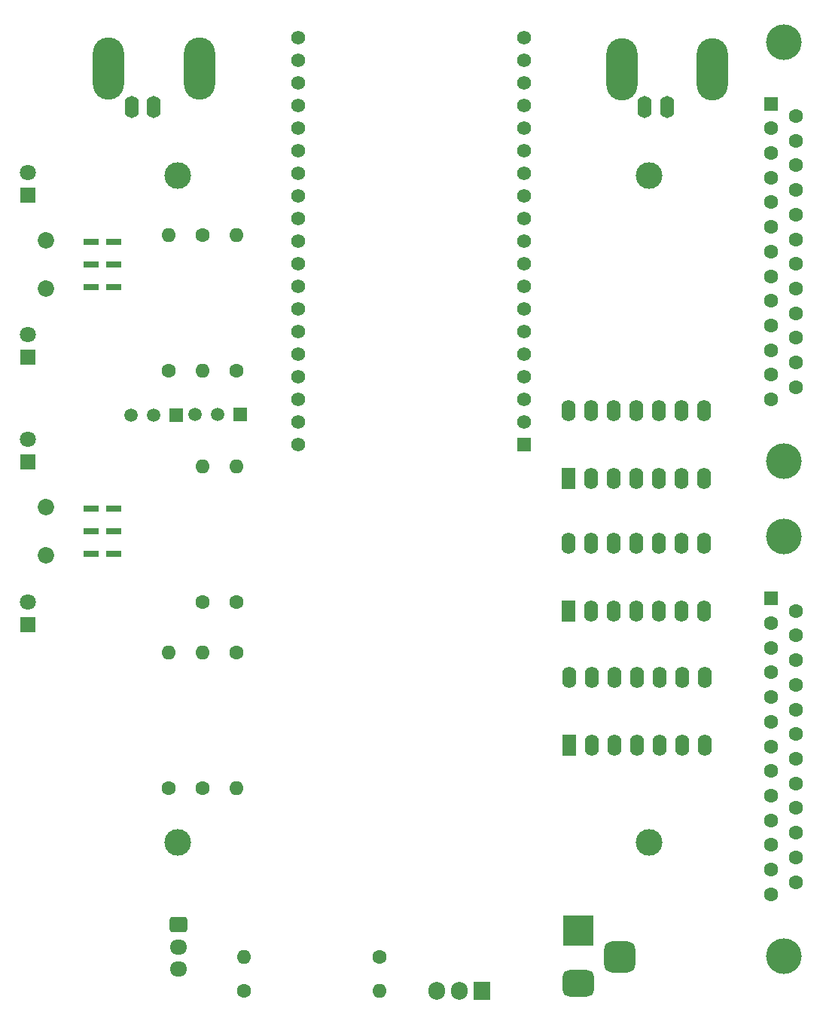
<source format=gbr>
%TF.GenerationSoftware,KiCad,Pcbnew,7.0.8*%
%TF.CreationDate,2023-11-11T11:33:52+01:00*%
%TF.ProjectId,LED-Zappelin-V2-Chrolis,4c45442d-5a61-4707-9065-6c696e2d5632,rev?*%
%TF.SameCoordinates,Original*%
%TF.FileFunction,Soldermask,Bot*%
%TF.FilePolarity,Negative*%
%FSLAX46Y46*%
G04 Gerber Fmt 4.6, Leading zero omitted, Abs format (unit mm)*
G04 Created by KiCad (PCBNEW 7.0.8) date 2023-11-11 11:33:52*
%MOMM*%
%LPD*%
G01*
G04 APERTURE LIST*
G04 Aperture macros list*
%AMRoundRect*
0 Rectangle with rounded corners*
0 $1 Rounding radius*
0 $2 $3 $4 $5 $6 $7 $8 $9 X,Y pos of 4 corners*
0 Add a 4 corners polygon primitive as box body*
4,1,4,$2,$3,$4,$5,$6,$7,$8,$9,$2,$3,0*
0 Add four circle primitives for the rounded corners*
1,1,$1+$1,$2,$3*
1,1,$1+$1,$4,$5*
1,1,$1+$1,$6,$7*
1,1,$1+$1,$8,$9*
0 Add four rect primitives between the rounded corners*
20,1,$1+$1,$2,$3,$4,$5,0*
20,1,$1+$1,$4,$5,$6,$7,0*
20,1,$1+$1,$6,$7,$8,$9,0*
20,1,$1+$1,$8,$9,$2,$3,0*%
G04 Aperture macros list end*
%ADD10C,1.600000*%
%ADD11O,1.600000X1.600000*%
%ADD12C,1.560000*%
%ADD13R,1.560000X1.560000*%
%ADD14C,1.800000*%
%ADD15R,1.800000X1.800000*%
%ADD16O,1.950000X1.700000*%
%ADD17RoundRect,0.250000X-0.725000X0.600000X-0.725000X-0.600000X0.725000X-0.600000X0.725000X0.600000X0*%
%ADD18C,3.000000*%
%ADD19C,1.850000*%
%ADD20R,1.750000X0.750000*%
%ADD21RoundRect,0.875000X0.875000X-0.875000X0.875000X0.875000X-0.875000X0.875000X-0.875000X-0.875000X0*%
%ADD22RoundRect,0.750000X1.000000X-0.750000X1.000000X0.750000X-1.000000X0.750000X-1.000000X-0.750000X0*%
%ADD23R,3.500000X3.500000*%
%ADD24O,1.905000X2.000000*%
%ADD25R,1.905000X2.000000*%
%ADD26C,4.000000*%
%ADD27R,1.600000X1.600000*%
%ADD28O,3.500120X7.000240*%
%ADD29O,1.600200X2.499360*%
%ADD30R,1.600000X2.400000*%
%ADD31O,1.600000X2.400000*%
%ADD32C,1.500000*%
%ADD33R,1.500000X1.500000*%
G04 APERTURE END LIST*
D10*
%TO.C,R5*%
X76600000Y-123600000D03*
D11*
X76600000Y-138840000D03*
%TD*%
D12*
%TO.C,U1*%
X83500000Y-54500000D03*
X83500000Y-57040000D03*
X83500000Y-59580000D03*
X83500000Y-62120000D03*
X83500000Y-64660000D03*
X83500000Y-67200000D03*
X83500000Y-69740000D03*
X83500000Y-72280000D03*
X83500000Y-74820000D03*
X83500000Y-77360000D03*
X83500000Y-79900000D03*
X83500000Y-82440000D03*
X83500000Y-84980000D03*
X83500000Y-87520000D03*
X83500000Y-90060000D03*
X83500000Y-92600000D03*
X83500000Y-95140000D03*
X83500000Y-97680000D03*
X83500000Y-100220000D03*
X108900000Y-54500000D03*
X108900000Y-57040000D03*
X108900000Y-59580000D03*
X108900000Y-62120000D03*
X108900000Y-64660000D03*
X108900000Y-67200000D03*
X108900000Y-69740000D03*
X108900000Y-72280000D03*
X108900000Y-74820000D03*
X108900000Y-77360000D03*
X108900000Y-79900000D03*
X108900000Y-82440000D03*
X108900000Y-84980000D03*
X108900000Y-87520000D03*
X108900000Y-90060000D03*
X108900000Y-92600000D03*
X108900000Y-95140000D03*
X108900000Y-97680000D03*
D13*
X108900000Y-100220000D03*
%TD*%
D11*
%TO.C,R9*%
X92640000Y-161600000D03*
D10*
X77400000Y-161600000D03*
%TD*%
D14*
%TO.C,D3*%
X53100000Y-117935000D03*
D15*
X53100000Y-120475000D03*
%TD*%
D16*
%TO.C,J5*%
X70100000Y-159200000D03*
X70100000Y-156700000D03*
D17*
X70100000Y-154200000D03*
%TD*%
D18*
%TO.C,H2*%
X123000000Y-70000000D03*
%TD*%
%TO.C,H1*%
X70000000Y-70000000D03*
%TD*%
D19*
%TO.C,SW1*%
X55200000Y-82700000D03*
X55200000Y-77300000D03*
D20*
X60280000Y-82540000D03*
X60280000Y-80000000D03*
X60280000Y-77460000D03*
X62820000Y-82540000D03*
X62820000Y-80000000D03*
X62820000Y-77460000D03*
%TD*%
D11*
%TO.C,R4*%
X76600000Y-76660000D03*
D10*
X76600000Y-91900000D03*
%TD*%
D19*
%TO.C,SW2*%
X55200000Y-112700000D03*
X55200000Y-107300000D03*
D20*
X60280000Y-112540000D03*
X60280000Y-110000000D03*
X60280000Y-107460000D03*
X62820000Y-112540000D03*
X62820000Y-110000000D03*
X62820000Y-107460000D03*
%TD*%
D21*
%TO.C,J6*%
X119700000Y-157800000D03*
D22*
X115000000Y-160800000D03*
D23*
X115000000Y-154800000D03*
%TD*%
D14*
%TO.C,D1*%
X53100000Y-69660000D03*
D15*
X53100000Y-72200000D03*
%TD*%
D11*
%TO.C,R3*%
X72800000Y-91900000D03*
D10*
X72800000Y-76660000D03*
%TD*%
D24*
%TO.C,U5*%
X99120000Y-161600000D03*
X101660000Y-161600000D03*
D25*
X104200000Y-161600000D03*
%TD*%
D18*
%TO.C,H4*%
X123000000Y-144900000D03*
%TD*%
D26*
%TO.C,J3*%
X138100000Y-157700000D03*
X138100000Y-110600000D03*
D27*
X136680000Y-117530000D03*
D10*
X136680000Y-120300000D03*
X136680000Y-123070000D03*
X136680000Y-125840000D03*
X136680000Y-128610000D03*
X136680000Y-131380000D03*
X136680000Y-134150000D03*
X136680000Y-136920000D03*
X136680000Y-139690000D03*
X136680000Y-142460000D03*
X136680000Y-145230000D03*
X136680000Y-148000000D03*
X136680000Y-150770000D03*
X139520000Y-118915000D03*
X139520000Y-121685000D03*
X139520000Y-124455000D03*
X139520000Y-127225000D03*
X139520000Y-129995000D03*
X139520000Y-132765000D03*
X139520000Y-135535000D03*
X139520000Y-138305000D03*
X139520000Y-141075000D03*
X139520000Y-143845000D03*
X139520000Y-146615000D03*
X139520000Y-149385000D03*
%TD*%
D28*
%TO.C,J1*%
X72400000Y-58000000D03*
D29*
X64800320Y-62264660D03*
D28*
X62201900Y-58000000D03*
D29*
X67299680Y-62264660D03*
%TD*%
D30*
%TO.C,U2*%
X113975000Y-134020000D03*
D31*
X116515000Y-134020000D03*
X119055000Y-134020000D03*
X121595000Y-134020000D03*
X124135000Y-134020000D03*
X126675000Y-134020000D03*
X129215000Y-134020000D03*
X129215000Y-126400000D03*
X126675000Y-126400000D03*
X124135000Y-126400000D03*
X121595000Y-126400000D03*
X119055000Y-126400000D03*
X116515000Y-126400000D03*
X113975000Y-126400000D03*
%TD*%
D30*
%TO.C,U4*%
X113900000Y-104020000D03*
D31*
X116440000Y-104020000D03*
X118980000Y-104020000D03*
X121520000Y-104020000D03*
X124060000Y-104020000D03*
X126600000Y-104020000D03*
X129140000Y-104020000D03*
X129140000Y-96400000D03*
X126600000Y-96400000D03*
X124060000Y-96400000D03*
X121520000Y-96400000D03*
X118980000Y-96400000D03*
X116440000Y-96400000D03*
X113900000Y-96400000D03*
%TD*%
D18*
%TO.C,H3*%
X70000000Y-144900000D03*
%TD*%
D11*
%TO.C,R8*%
X76600000Y-102680000D03*
D10*
X76600000Y-117920000D03*
%TD*%
D30*
%TO.C,U3*%
X113900000Y-118920000D03*
D31*
X116440000Y-118920000D03*
X118980000Y-118920000D03*
X121520000Y-118920000D03*
X124060000Y-118920000D03*
X126600000Y-118920000D03*
X129140000Y-118920000D03*
X129140000Y-111300000D03*
X126600000Y-111300000D03*
X124060000Y-111300000D03*
X121520000Y-111300000D03*
X118980000Y-111300000D03*
X116440000Y-111300000D03*
X113900000Y-111300000D03*
%TD*%
D26*
%TO.C,J4*%
X138100000Y-102100000D03*
X138100000Y-55000000D03*
D27*
X136680000Y-61930000D03*
D10*
X136680000Y-64700000D03*
X136680000Y-67470000D03*
X136680000Y-70240000D03*
X136680000Y-73010000D03*
X136680000Y-75780000D03*
X136680000Y-78550000D03*
X136680000Y-81320000D03*
X136680000Y-84090000D03*
X136680000Y-86860000D03*
X136680000Y-89630000D03*
X136680000Y-92400000D03*
X136680000Y-95170000D03*
X139520000Y-63315000D03*
X139520000Y-66085000D03*
X139520000Y-68855000D03*
X139520000Y-71625000D03*
X139520000Y-74395000D03*
X139520000Y-77165000D03*
X139520000Y-79935000D03*
X139520000Y-82705000D03*
X139520000Y-85475000D03*
X139520000Y-88245000D03*
X139520000Y-91015000D03*
X139520000Y-93785000D03*
%TD*%
D11*
%TO.C,R7*%
X72800000Y-102660000D03*
D10*
X72800000Y-117900000D03*
%TD*%
D32*
%TO.C,Q2*%
X71960000Y-96850000D03*
X74500000Y-96850000D03*
D33*
X77040000Y-96850000D03*
%TD*%
D11*
%TO.C,R6*%
X69000000Y-76700000D03*
D10*
X69000000Y-91940000D03*
%TD*%
%TO.C,R1*%
X69000000Y-138840000D03*
D11*
X69000000Y-123600000D03*
%TD*%
D10*
%TO.C,R10*%
X92640000Y-157800000D03*
D11*
X77400000Y-157800000D03*
%TD*%
D28*
%TO.C,J2*%
X130100320Y-58036600D03*
D29*
X122500640Y-62301260D03*
D28*
X119902220Y-58036600D03*
D29*
X125000000Y-62301260D03*
%TD*%
D14*
%TO.C,D2*%
X53100000Y-87835000D03*
D15*
X53100000Y-90375000D03*
%TD*%
D32*
%TO.C,Q1*%
X64770000Y-96900000D03*
X67310000Y-96900000D03*
D33*
X69850000Y-96900000D03*
%TD*%
D10*
%TO.C,R2*%
X72800000Y-138840000D03*
D11*
X72800000Y-123600000D03*
%TD*%
D15*
%TO.C,D4*%
X53100000Y-102175000D03*
D14*
X53100000Y-99635000D03*
%TD*%
M02*

</source>
